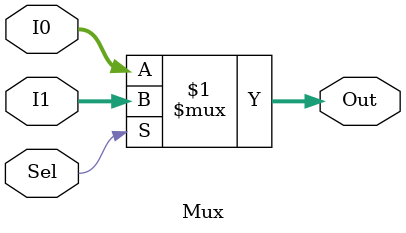
<source format=sv>
module Mux #(parameter SIZE = 8)(input[SIZE-1:0]I0,
                                 input[SIZE-1:0]I1,
                                 input Sel,
                                 output[SIZE-1:0] Out);
  
  assign Out = Sel ? I1 : I0;
endmodule
</source>
